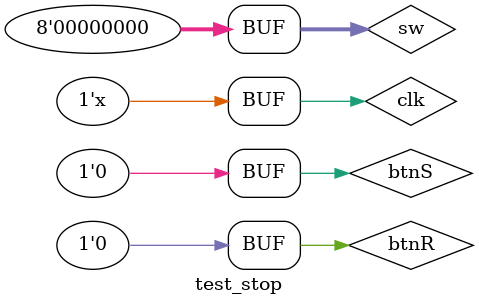
<source format=v>
`timescale 1ns / 1ps


module test_stop;

	// Inputs
	reg clk;
	reg btnR;
	reg btnS;
	reg [7:0] sw;

	// Outputs
	wire [7:0] seg;
	wire [3:0] an;

	// Instantiate the Unit Under Test (UUT)
	stopwatch uut (
		.clk(clk), 
		.btnR(btnR), 
		.btnS(btnS), 
		.sw(sw), 
		.seg(seg), 
		.an(an)
	);

	initial begin
		// Initialize Inputs
		clk = 0;
		btnR = 0;
		btnS = 0;
		sw = 0;

		// Wait 100 ns for global reset to finish
		#100;
        
		// Add stimulus here

	end
    
    always #5 clk = ~clk;
      
endmodule


</source>
